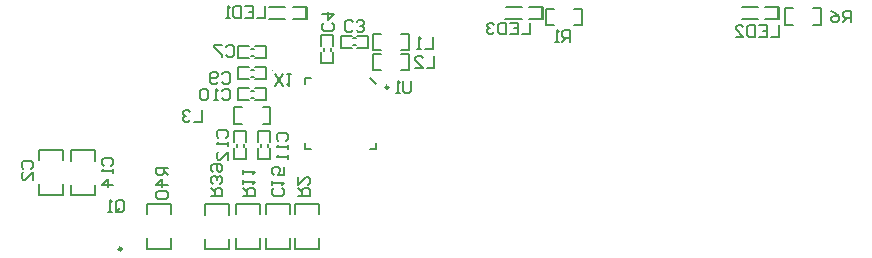
<source format=gbo>
G04 Layer_Color=32896*
%FSLAX44Y44*%
%MOMM*%
G71*
G01*
G75*
%ADD20C,0.2000*%
%ADD42C,0.2500*%
%ADD43C,0.1524*%
%ADD44C,0.1000*%
%ADD45C,0.1778*%
%ADD46C,0.1270*%
%ADD70R,0.1524X1.0414*%
D20*
X-274780Y21860D02*
Y23860D01*
X-268780Y21860D02*
Y23860D01*
X-248460Y21860D02*
Y23860D01*
X-254460Y21860D02*
Y23860D01*
X-161690Y80038D02*
X-156690Y75038D01*
X-216690Y80038D02*
X-211690D01*
X-216690Y75038D02*
Y80038D01*
Y20038D02*
Y25038D01*
Y20038D02*
X-211690D01*
X-161690D02*
X-156690D01*
Y25038D01*
X-262620Y69040D02*
X-260620D01*
X-262620Y63040D02*
X-260620D01*
X-262620Y86820D02*
X-260620D01*
X-262620Y80820D02*
X-260620D01*
X-201120Y103140D02*
Y105140D01*
X-195120Y103140D02*
Y105140D01*
X-262620Y104600D02*
X-260620D01*
X-262620Y98600D02*
X-260620D01*
X-176114Y107490D02*
X-174114D01*
X-176114Y113490D02*
X-174114D01*
D42*
X-146440Y72038D02*
G03*
X-146440Y72038I-1250J0D01*
G01*
X-372330Y-64790D02*
G03*
X-372330Y-64790I-1250J0D01*
G01*
D43*
X-276780Y11110D02*
X-266780D01*
X-276780Y34610D02*
X-266780Y34610D01*
X-276780Y25360D02*
Y34610D01*
Y11110D02*
Y20360D01*
X-266780Y25360D02*
Y34610D01*
Y11110D02*
Y20360D01*
X-256460Y34610D02*
X-246460D01*
X-256460Y11110D02*
X-246460Y11110D01*
Y20360D01*
Y25360D02*
Y34610D01*
X-256460Y11110D02*
Y20360D01*
Y25360D02*
Y34610D01*
X-273370Y61040D02*
Y71040D01*
X-249870D02*
X-249870Y61040D01*
X-259120Y71040D02*
X-249870D01*
X-273370D02*
X-264120D01*
X-259120Y61040D02*
X-249870D01*
X-273370D02*
X-264120D01*
X-273370Y78820D02*
Y88820D01*
X-249870D02*
X-249870Y78820D01*
X-259120Y88820D02*
X-249870D01*
X-273370D02*
X-264120D01*
X-259120Y78820D02*
X-249870D01*
X-273370D02*
X-264120D01*
X-203120Y92390D02*
X-193120D01*
X-203120Y115890D02*
X-193120Y115890D01*
X-203120Y106640D02*
Y115890D01*
Y92390D02*
Y101640D01*
X-193120Y106640D02*
Y115890D01*
Y92390D02*
Y101640D01*
X-273370Y96600D02*
Y106600D01*
X-249870D02*
X-249870Y96600D01*
X-259120Y106600D02*
X-249870D01*
X-273370D02*
X-264120D01*
X-259120Y96600D02*
X-249870D01*
X-273370D02*
X-264120D01*
X-163364Y105490D02*
Y115490D01*
X-186864D02*
X-186864Y105490D01*
X-177614D01*
X-172614D02*
X-163364D01*
X-186864Y115490D02*
X-177614D01*
X-172614D02*
X-163364D01*
D44*
X-244341Y86629D02*
G03*
X-244341Y86629I-500J0D01*
G01*
D45*
X-225298Y-64516D02*
Y-55880D01*
Y-64516D02*
X-215138D01*
X-204978D01*
Y-55880D01*
Y-35560D02*
Y-26924D01*
X-215138D02*
X-204978D01*
X-225298D02*
X-215138D01*
X-225298Y-35560D02*
Y-26924D01*
X-229870Y-35560D02*
Y-26924D01*
X-240030D02*
X-229870D01*
X-250190D02*
X-240030D01*
X-250190Y-35560D02*
Y-26924D01*
Y-64516D02*
Y-55880D01*
Y-64516D02*
X-240030D01*
X-229870D01*
Y-55880D01*
X-275336Y-64516D02*
Y-55880D01*
Y-64516D02*
X-265176D01*
X-255016D01*
Y-55880D01*
Y-35560D02*
Y-26924D01*
X-265176D02*
X-255016D01*
X-275336D02*
X-265176D01*
X-275336Y-35560D02*
Y-26924D01*
X-252984Y55186D02*
X-246385D01*
Y41351D02*
Y55186D01*
X-252984Y41351D02*
X-246385D01*
X-276856D02*
X-270256D01*
X-276856D02*
Y55186D01*
X-270256D01*
X-135762Y100144D02*
X-129163D01*
Y86309D02*
Y100144D01*
X-135762Y86309D02*
X-129163D01*
X-159634D02*
X-153034D01*
X-159634D02*
Y100144D01*
X-153034D01*
X-159634Y103564D02*
X-153034D01*
X-159634D02*
Y117399D01*
X-153034D01*
X-135762D02*
X-129163D01*
Y103564D02*
Y117399D01*
X-135762Y103564D02*
X-129163D01*
X189489Y125154D02*
X196088D01*
X189489D02*
Y138989D01*
X196088D01*
X213360D02*
X219960D01*
Y125154D02*
Y138989D01*
X213360Y125154D02*
X219960D01*
X10668Y124646D02*
X17268D01*
Y138481D01*
X10668D02*
X17268D01*
X-13204D02*
X-6604D01*
X-13204Y124646D02*
Y138481D01*
Y124646D02*
X-6604D01*
X-421640Y10160D02*
Y18796D01*
X-431800D02*
X-421640D01*
X-441960D02*
X-431800D01*
X-441960Y10160D02*
Y18796D01*
Y-18796D02*
Y-10160D01*
Y-18796D02*
X-431800D01*
X-421640D01*
Y-10160D01*
X-394462Y9906D02*
Y18542D01*
X-404622D02*
X-394462D01*
X-414782D02*
X-404622D01*
X-414782Y9906D02*
Y18542D01*
Y-19050D02*
Y-10414D01*
Y-19050D02*
X-404622D01*
X-394462D01*
Y-10414D01*
X-330200Y-35560D02*
Y-26924D01*
X-340360D02*
X-330200D01*
X-350520D02*
X-340360D01*
X-350520Y-35560D02*
Y-26924D01*
Y-64516D02*
Y-55880D01*
Y-64516D02*
X-340360D01*
X-330200D01*
Y-55880D01*
X-301498Y-64770D02*
Y-56134D01*
Y-64770D02*
X-291338D01*
X-281178D01*
Y-56134D01*
Y-35814D02*
Y-27178D01*
X-291338D02*
X-281178D01*
X-301498D02*
X-291338D01*
X-301498Y-35814D02*
Y-27178D01*
D46*
X-18448Y140220D02*
X-15654D01*
Y130060D02*
Y140220D01*
X-18448Y130060D02*
X-15654D01*
X-47150Y140220D02*
X-42578D01*
X-47404Y130060D02*
X-41816D01*
X-42578D02*
X-33688D01*
X-42578Y140220D02*
X-33688D01*
X-27338Y130060D02*
X-18448D01*
X-27338Y140220D02*
X-18448D01*
X-227304Y140364D02*
X-218414D01*
X-227304Y130204D02*
X-218414D01*
X-242544Y140364D02*
X-233654D01*
X-242544Y130204D02*
X-233654D01*
X-247370D02*
X-241782D01*
X-247116Y140364D02*
X-242544D01*
X-218414Y130204D02*
X-215620D01*
Y140364D01*
X-218414D02*
X-215620D01*
X181636D02*
X184430D01*
Y130204D02*
Y140364D01*
X181636Y130204D02*
X184430D01*
X152934Y140364D02*
X157506D01*
X152680Y130204D02*
X158268D01*
X157506D02*
X166396D01*
X157506Y140364D02*
X166396D01*
X172746Y130204D02*
X181636D01*
X172746Y140364D02*
X181636D01*
X-242372Y73385D02*
X-235707Y83382D01*
Y73385D02*
X-242372Y83382D01*
X-232375D02*
X-229043D01*
X-230709D01*
Y73385D01*
X-232375Y75051D01*
X-127000Y77053D02*
Y68722D01*
X-128666Y67056D01*
X-131998D01*
X-133665Y68722D01*
Y77053D01*
X-136997Y67056D02*
X-140329D01*
X-138663D01*
Y77053D01*
X-136997Y75387D01*
X245110Y127000D02*
Y136997D01*
X240112D01*
X238445Y135331D01*
Y131998D01*
X240112Y130332D01*
X245110D01*
X241778D02*
X238445Y127000D01*
X228449Y136997D02*
X231781Y135331D01*
X235113Y131998D01*
Y128666D01*
X233447Y127000D01*
X230115D01*
X228449Y128666D01*
Y130332D01*
X230115Y131998D01*
X235113D01*
X184150Y124551D02*
Y114554D01*
X177486D01*
X167489Y124551D02*
X174153D01*
Y114554D01*
X167489D01*
X174153Y119552D02*
X170821D01*
X164156Y124551D02*
Y114554D01*
X159158D01*
X157492Y116220D01*
Y122885D01*
X159158Y124551D01*
X164156D01*
X147495Y114554D02*
X154160D01*
X147495Y121219D01*
Y122885D01*
X149161Y124551D01*
X152493D01*
X154160Y122885D01*
X-304038Y52923D02*
Y42926D01*
X-310702D01*
X-314035Y51257D02*
X-315701Y52923D01*
X-319033D01*
X-320699Y51257D01*
Y49591D01*
X-319033Y47924D01*
X-317367D01*
X-319033D01*
X-320699Y46258D01*
Y44592D01*
X-319033Y42926D01*
X-315701D01*
X-314035Y44592D01*
X-107442Y98389D02*
Y88392D01*
X-114107D01*
X-124103D02*
X-117439D01*
X-124103Y95056D01*
Y96723D01*
X-122437Y98389D01*
X-119105D01*
X-117439Y96723D01*
X-108868Y114867D02*
Y104870D01*
X-115533D01*
X-118865D02*
X-122197D01*
X-120531D01*
Y114867D01*
X-118865Y113201D01*
X-290271Y28895D02*
X-291937Y30562D01*
Y33894D01*
X-290271Y35560D01*
X-283606D01*
X-281940Y33894D01*
Y30562D01*
X-283606Y28895D01*
X-281940Y25563D02*
Y22231D01*
Y23897D01*
X-291937D01*
X-290271Y25563D01*
X-281940Y10568D02*
Y17233D01*
X-288605Y10568D01*
X-290271D01*
X-291937Y12234D01*
Y15566D01*
X-290271Y17233D01*
X-239471Y26356D02*
X-241137Y28022D01*
Y31354D01*
X-239471Y33020D01*
X-232806D01*
X-231140Y31354D01*
Y28022D01*
X-232806Y26356D01*
X-231140Y23023D02*
Y19691D01*
Y21357D01*
X-241137D01*
X-239471Y23023D01*
X-231140Y14693D02*
Y11360D01*
Y13026D01*
X-241137D01*
X-239471Y14693D01*
X-287334Y69291D02*
X-285668Y70957D01*
X-282336D01*
X-280670Y69291D01*
Y62626D01*
X-282336Y60960D01*
X-285668D01*
X-287334Y62626D01*
X-290667Y60960D02*
X-293999D01*
X-292333D01*
Y70957D01*
X-290667Y69291D01*
X-298997D02*
X-300664Y70957D01*
X-303996D01*
X-305662Y69291D01*
Y62626D01*
X-303996Y60960D01*
X-300664D01*
X-298997Y62626D01*
Y69291D01*
X-287535Y83151D02*
X-285868Y84817D01*
X-282536D01*
X-280870Y83151D01*
Y76486D01*
X-282536Y74820D01*
X-285868D01*
X-287535Y76486D01*
X-290867D02*
X-292533Y74820D01*
X-295865D01*
X-297531Y76486D01*
Y83151D01*
X-295865Y84817D01*
X-292533D01*
X-290867Y83151D01*
Y81484D01*
X-292533Y79818D01*
X-297531D01*
X-284182Y105829D02*
X-282516Y107495D01*
X-279184D01*
X-277518Y105829D01*
Y99164D01*
X-279184Y97498D01*
X-282516D01*
X-284182Y99164D01*
X-287515Y107495D02*
X-294179D01*
Y105829D01*
X-287515Y99164D01*
Y97498D01*
X-194107Y126045D02*
X-192441Y124378D01*
Y121046D01*
X-194107Y119380D01*
X-200772D01*
X-202438Y121046D01*
Y124378D01*
X-200772Y126045D01*
X-202438Y134375D02*
X-192441D01*
X-197440Y129377D01*
Y136041D01*
X-176749Y120409D02*
X-178416Y118743D01*
X-181748D01*
X-183414Y120409D01*
Y127074D01*
X-181748Y128740D01*
X-178416D01*
X-176749Y127074D01*
X-173417Y120409D02*
X-171751Y118743D01*
X-168419D01*
X-166753Y120409D01*
Y122076D01*
X-168419Y123742D01*
X-170085D01*
X-168419D01*
X-166753Y125408D01*
Y127074D01*
X-168419Y128740D01*
X-171751D01*
X-173417Y127074D01*
X-250926Y140455D02*
Y130458D01*
X-257591D01*
X-267587Y140455D02*
X-260923D01*
Y130458D01*
X-267587D01*
X-260923Y135456D02*
X-264255D01*
X-270919Y140455D02*
Y130458D01*
X-275918D01*
X-277584Y132124D01*
Y138789D01*
X-275918Y140455D01*
X-270919D01*
X-280916Y130458D02*
X-284249D01*
X-282582D01*
Y140455D01*
X-280916Y138789D01*
X7620Y110744D02*
Y120741D01*
X2622D01*
X956Y119075D01*
Y115742D01*
X2622Y114076D01*
X7620D01*
X4288D02*
X956Y110744D01*
X-2377D02*
X-5709D01*
X-4043D01*
Y120741D01*
X-2377Y119075D01*
X-26670Y126837D02*
Y116840D01*
X-33335D01*
X-43331Y126837D02*
X-36667D01*
Y116840D01*
X-43331D01*
X-36667Y121838D02*
X-39999D01*
X-46664Y126837D02*
Y116840D01*
X-51662D01*
X-53328Y118506D01*
Y125171D01*
X-51662Y126837D01*
X-46664D01*
X-56660Y125171D02*
X-58327Y126837D01*
X-61659D01*
X-63325Y125171D01*
Y123504D01*
X-61659Y121838D01*
X-59993D01*
X-61659D01*
X-63325Y120172D01*
Y118506D01*
X-61659Y116840D01*
X-58327D01*
X-56660Y118506D01*
X-376743Y-32116D02*
Y-25451D01*
X-375076Y-23785D01*
X-371744D01*
X-370078Y-25451D01*
Y-32116D01*
X-371744Y-33782D01*
X-375076D01*
X-373410Y-30450D02*
X-376743Y-33782D01*
X-375076D02*
X-376743Y-32116D01*
X-380075Y-33782D02*
X-383407D01*
X-381741D01*
Y-23785D01*
X-380075Y-25451D01*
X-296926Y-19812D02*
X-286929D01*
Y-14814D01*
X-288595Y-13147D01*
X-291928D01*
X-293594Y-14814D01*
Y-19812D01*
Y-16480D02*
X-296926Y-13147D01*
X-288595Y-9815D02*
X-286929Y-8149D01*
Y-4817D01*
X-288595Y-3151D01*
X-290261D01*
X-291928Y-4817D01*
Y-6483D01*
Y-4817D01*
X-293594Y-3151D01*
X-295260D01*
X-296926Y-4817D01*
Y-8149D01*
X-295260Y-9815D01*
Y182D02*
X-296926Y1848D01*
Y5180D01*
X-295260Y6846D01*
X-288595D01*
X-286929Y5180D01*
Y1848D01*
X-288595Y182D01*
X-290261D01*
X-291928Y1848D01*
Y6846D01*
X-333248Y4064D02*
X-343245D01*
Y-934D01*
X-341579Y-2600D01*
X-338246D01*
X-336580Y-934D01*
Y4064D01*
Y732D02*
X-333248Y-2600D01*
Y-10931D02*
X-343245D01*
X-338246Y-5933D01*
Y-12597D01*
X-341579Y-15930D02*
X-343245Y-17596D01*
Y-20928D01*
X-341579Y-22594D01*
X-334914D01*
X-333248Y-20928D01*
Y-17596D01*
X-334914Y-15930D01*
X-341579D01*
X-455371Y3241D02*
X-457037Y4908D01*
Y8240D01*
X-455371Y9906D01*
X-448706D01*
X-447040Y8240D01*
Y4908D01*
X-448706Y3241D01*
X-447040Y-6755D02*
Y-91D01*
X-453704Y-6755D01*
X-455371D01*
X-457037Y-5089D01*
Y-1757D01*
X-455371Y-91D01*
X-387553Y5781D02*
X-389219Y7448D01*
Y10780D01*
X-387553Y12446D01*
X-380888D01*
X-379222Y10780D01*
Y7448D01*
X-380888Y5781D01*
X-379222Y2449D02*
Y-883D01*
Y783D01*
X-389219D01*
X-387553Y2449D01*
X-379222Y-10880D02*
X-389219D01*
X-384220Y-5881D01*
Y-12546D01*
X-236779Y-13656D02*
X-235113Y-15322D01*
Y-18654D01*
X-236779Y-20320D01*
X-243444D01*
X-245110Y-18654D01*
Y-15322D01*
X-243444Y-13656D01*
X-245110Y-10323D02*
Y-6991D01*
Y-8657D01*
X-235113D01*
X-236779Y-10323D01*
X-235113Y4672D02*
Y-1993D01*
X-240112D01*
X-238445Y1340D01*
Y3006D01*
X-240112Y4672D01*
X-243444D01*
X-245110Y3006D01*
Y-327D01*
X-243444Y-1993D01*
X-222758Y-20320D02*
X-212761D01*
Y-15322D01*
X-214427Y-13656D01*
X-217760D01*
X-219426Y-15322D01*
Y-20320D01*
Y-16988D02*
X-222758Y-13656D01*
Y-3659D02*
Y-10323D01*
X-216094Y-3659D01*
X-214427D01*
X-212761Y-5325D01*
Y-8657D01*
X-214427Y-10323D01*
X-269748Y-20066D02*
X-259751D01*
Y-15068D01*
X-261417Y-13401D01*
X-264750D01*
X-266416Y-15068D01*
Y-20066D01*
Y-16734D02*
X-269748Y-13401D01*
Y-10069D02*
Y-6737D01*
Y-8403D01*
X-259751D01*
X-261417Y-10069D01*
X-269748Y-1739D02*
Y1594D01*
Y-72D01*
X-259751D01*
X-261417Y-1739D01*
D70*
X-16416Y135013D02*
D03*
X-216382Y135157D02*
D03*
X183668D02*
D03*
M02*

</source>
